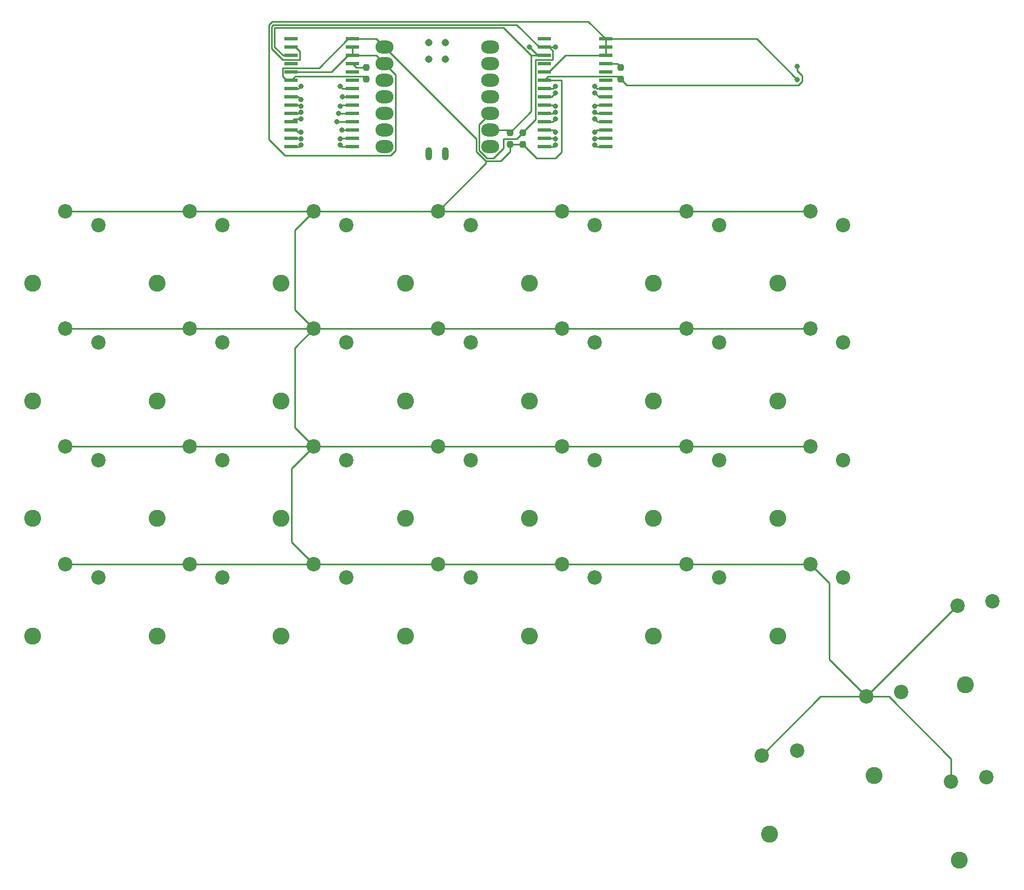
<source format=gbr>
%TF.GenerationSoftware,KiCad,Pcbnew,(6.0.9)*%
%TF.CreationDate,2022-12-02T11:33:43-08:00*%
%TF.ProjectId,keyboard_left,6b657962-6f61-4726-945f-6c6566742e6b,rev?*%
%TF.SameCoordinates,Original*%
%TF.FileFunction,Copper,L2,Bot*%
%TF.FilePolarity,Positive*%
%FSLAX46Y46*%
G04 Gerber Fmt 4.6, Leading zero omitted, Abs format (unit mm)*
G04 Created by KiCad (PCBNEW (6.0.9)) date 2022-12-02 11:33:43*
%MOMM*%
%LPD*%
G01*
G04 APERTURE LIST*
G04 Aperture macros list*
%AMRoundRect*
0 Rectangle with rounded corners*
0 $1 Rounding radius*
0 $2 $3 $4 $5 $6 $7 $8 $9 X,Y pos of 4 corners*
0 Add a 4 corners polygon primitive as box body*
4,1,4,$2,$3,$4,$5,$6,$7,$8,$9,$2,$3,0*
0 Add four circle primitives for the rounded corners*
1,1,$1+$1,$2,$3*
1,1,$1+$1,$4,$5*
1,1,$1+$1,$6,$7*
1,1,$1+$1,$8,$9*
0 Add four rect primitives between the rounded corners*
20,1,$1+$1,$2,$3,$4,$5,0*
20,1,$1+$1,$4,$5,$6,$7,0*
20,1,$1+$1,$6,$7,$8,$9,0*
20,1,$1+$1,$8,$9,$2,$3,0*%
G04 Aperture macros list end*
%TA.AperFunction,ComponentPad*%
%ADD10C,2.600000*%
%TD*%
%TA.AperFunction,ComponentPad*%
%ADD11C,2.200000*%
%TD*%
%TA.AperFunction,SMDPad,CuDef*%
%ADD12RoundRect,0.237500X-0.237500X0.250000X-0.237500X-0.250000X0.237500X-0.250000X0.237500X0.250000X0*%
%TD*%
%TA.AperFunction,SMDPad,CuDef*%
%ADD13R,2.000000X0.600000*%
%TD*%
%TA.AperFunction,SMDPad,CuDef*%
%ADD14O,2.748280X1.998980*%
%TD*%
%TA.AperFunction,SMDPad,CuDef*%
%ADD15O,1.016000X2.032000*%
%TD*%
%TA.AperFunction,SMDPad,CuDef*%
%ADD16C,1.143000*%
%TD*%
%TA.AperFunction,ViaPad*%
%ADD17C,0.800000*%
%TD*%
%TA.AperFunction,Conductor*%
%ADD18C,0.250000*%
%TD*%
G04 APERTURE END LIST*
D10*
%TO.P,SW27,*%
%TO.N,*%
X64500000Y-96650000D03*
D11*
%TO.P,SW27,1,1*%
%TO.N,+5V*%
X69500000Y-85600000D03*
%TO.P,SW27,2,2*%
%TO.N,Net-(SW27-Pad2)*%
X74500000Y-87700000D03*
%TD*%
D10*
%TO.P,SW9,*%
%TO.N,*%
X140500000Y-60650000D03*
D11*
%TO.P,SW9,1,1*%
%TO.N,+5V*%
X145500000Y-49600000D03*
%TO.P,SW9,2,2*%
%TO.N,Net-(SW9-Pad2)*%
X150500000Y-51700000D03*
%TD*%
D10*
%TO.P,SW11,*%
%TO.N,*%
X140500000Y-96650000D03*
D11*
%TO.P,SW11,1,1*%
%TO.N,+5V*%
X145500000Y-85600000D03*
%TO.P,SW11,2,2*%
%TO.N,Net-(SW11-Pad2)*%
X150500000Y-87700000D03*
%TD*%
D10*
%TO.P,SW15,*%
%TO.N,*%
X155244873Y-135960031D03*
D11*
%TO.P,SW15,1,1*%
%TO.N,+5V*%
X154050000Y-123890450D03*
%TO.P,SW15,2,2*%
%TO.N,Net-(SW15-Pad2)*%
X159430127Y-123209103D03*
%TD*%
D10*
%TO.P,SW5,*%
%TO.N,*%
X121500000Y-114650000D03*
D11*
%TO.P,SW5,1,1*%
%TO.N,+5V*%
X126500000Y-103600000D03*
%TO.P,SW5,2,2*%
%TO.N,Net-(SW5-Pad2)*%
X131500000Y-105700000D03*
%TD*%
D10*
%TO.P,SW14,*%
%TO.N,*%
X168244873Y-148960031D03*
D11*
%TO.P,SW14,1,1*%
%TO.N,+5V*%
X167050000Y-136890450D03*
%TO.P,SW14,2,2*%
%TO.N,Net-(SW14-Pad2)*%
X172430127Y-136209103D03*
%TD*%
D10*
%TO.P,SW21,*%
%TO.N,*%
X26500000Y-114650000D03*
D11*
%TO.P,SW21,1,1*%
%TO.N,+5V*%
X31500000Y-103600000D03*
%TO.P,SW21,2,2*%
%TO.N,Net-(SW21-Pad2)*%
X36500000Y-105700000D03*
%TD*%
D10*
%TO.P,SW3,*%
%TO.N,*%
X102500000Y-96650000D03*
D11*
%TO.P,SW3,1,1*%
%TO.N,+5V*%
X107500000Y-85600000D03*
%TO.P,SW3,2,2*%
%TO.N,Net-(SW3-Pad2)*%
X112500000Y-87700000D03*
%TD*%
D10*
%TO.P,SW10,*%
%TO.N,*%
X140500000Y-78650000D03*
D11*
%TO.P,SW10,1,1*%
%TO.N,+5V*%
X145500000Y-67600000D03*
%TO.P,SW10,2,2*%
%TO.N,Net-(SW10-Pad2)*%
X150500000Y-69700000D03*
%TD*%
D10*
%TO.P,SW24,*%
%TO.N,*%
X26500000Y-60650000D03*
D11*
%TO.P,SW24,1,1*%
%TO.N,+5V*%
X31500000Y-49600000D03*
%TO.P,SW24,2,2*%
%TO.N,Net-(SW24-Pad2)*%
X36500000Y-51700000D03*
%TD*%
D10*
%TO.P,SW26,*%
%TO.N,*%
X64500000Y-78650000D03*
D11*
%TO.P,SW26,1,1*%
%TO.N,+5V*%
X69500000Y-67600000D03*
%TO.P,SW26,2,2*%
%TO.N,Net-(SW26-Pad2)*%
X74500000Y-69700000D03*
%TD*%
D10*
%TO.P,SW16,*%
%TO.N,*%
X139244873Y-144960031D03*
D11*
%TO.P,SW16,1,1*%
%TO.N,+5V*%
X138050000Y-132890450D03*
%TO.P,SW16,2,2*%
%TO.N,Net-(SW16-Pad2)*%
X143430127Y-132209103D03*
%TD*%
D10*
%TO.P,SW2,*%
%TO.N,*%
X102500000Y-78650000D03*
D11*
%TO.P,SW2,1,1*%
%TO.N,+5V*%
X107500000Y-67600000D03*
%TO.P,SW2,2,2*%
%TO.N,Net-(SW2-Pad2)*%
X112500000Y-69700000D03*
%TD*%
D10*
%TO.P,SW25,*%
%TO.N,*%
X64500000Y-60650000D03*
D11*
%TO.P,SW25,1,1*%
%TO.N,+5V*%
X69500000Y-49600000D03*
%TO.P,SW25,2,2*%
%TO.N,Net-(SW25-Pad2)*%
X74500000Y-51700000D03*
%TD*%
D10*
%TO.P,SW13,*%
%TO.N,*%
X169194873Y-122069581D03*
D11*
%TO.P,SW13,1,1*%
%TO.N,+5V*%
X168000000Y-110000000D03*
%TO.P,SW13,2,2*%
%TO.N,Net-(SW13-Pad2)*%
X173380127Y-109318653D03*
%TD*%
D10*
%TO.P,SW32,*%
%TO.N,*%
X83500000Y-114650000D03*
D11*
%TO.P,SW32,1,1*%
%TO.N,+5V*%
X88500000Y-103600000D03*
%TO.P,SW32,2,2*%
%TO.N,Net-(SW32-Pad2)*%
X93500000Y-105700000D03*
%TD*%
D10*
%TO.P,SW12,*%
%TO.N,*%
X140500000Y-114650000D03*
D11*
%TO.P,SW12,1,1*%
%TO.N,+5V*%
X145500000Y-103600000D03*
%TO.P,SW12,2,2*%
%TO.N,Net-(SW12-Pad2)*%
X150500000Y-105700000D03*
%TD*%
D10*
%TO.P,SW18,*%
%TO.N,*%
X45500000Y-96650000D03*
D11*
%TO.P,SW18,1,1*%
%TO.N,+5V*%
X50500000Y-85600000D03*
%TO.P,SW18,2,2*%
%TO.N,Net-(SW18-Pad2)*%
X55500000Y-87700000D03*
%TD*%
D10*
%TO.P,SW29,*%
%TO.N,*%
X83500000Y-60650000D03*
D11*
%TO.P,SW29,1,1*%
%TO.N,+5V*%
X88500000Y-49600000D03*
%TO.P,SW29,2,2*%
%TO.N,Net-(SW29-Pad2)*%
X93500000Y-51700000D03*
%TD*%
D10*
%TO.P,SW28,*%
%TO.N,*%
X64500000Y-114650000D03*
D11*
%TO.P,SW28,1,1*%
%TO.N,+5V*%
X69500000Y-103600000D03*
%TO.P,SW28,2,2*%
%TO.N,Net-(SW28-Pad2)*%
X74500000Y-105700000D03*
%TD*%
D10*
%TO.P,SW30,*%
%TO.N,*%
X83500000Y-78650000D03*
D11*
%TO.P,SW30,1,1*%
%TO.N,+5V*%
X88500000Y-67600000D03*
%TO.P,SW30,2,2*%
%TO.N,Net-(SW30-Pad2)*%
X93500000Y-69700000D03*
%TD*%
D10*
%TO.P,SW8,*%
%TO.N,*%
X121500000Y-60650000D03*
D11*
%TO.P,SW8,1,1*%
%TO.N,+5V*%
X126500000Y-49600000D03*
%TO.P,SW8,2,2*%
%TO.N,Net-(SW8-Pad2)*%
X131500000Y-51700000D03*
%TD*%
D10*
%TO.P,SW1,*%
%TO.N,*%
X102500000Y-60650000D03*
D11*
%TO.P,SW1,1,1*%
%TO.N,+5V*%
X107500000Y-49600000D03*
%TO.P,SW1,2,2*%
%TO.N,Net-(SW1-Pad2)*%
X112500000Y-51700000D03*
%TD*%
D10*
%TO.P,SW7,*%
%TO.N,*%
X121500000Y-78650000D03*
D11*
%TO.P,SW7,1,1*%
%TO.N,+5V*%
X126500000Y-67600000D03*
%TO.P,SW7,2,2*%
%TO.N,Net-(SW7-Pad2)*%
X131500000Y-69700000D03*
%TD*%
D10*
%TO.P,SW31,*%
%TO.N,*%
X83500000Y-96650000D03*
D11*
%TO.P,SW31,1,1*%
%TO.N,+5V*%
X88500000Y-85600000D03*
%TO.P,SW31,2,2*%
%TO.N,Net-(SW31-Pad2)*%
X93500000Y-87700000D03*
%TD*%
D10*
%TO.P,SW23,*%
%TO.N,*%
X26500000Y-78650000D03*
D11*
%TO.P,SW23,1,1*%
%TO.N,+5V*%
X31500000Y-67600000D03*
%TO.P,SW23,2,2*%
%TO.N,Net-(SW23-Pad2)*%
X36500000Y-69700000D03*
%TD*%
D10*
%TO.P,SW6,*%
%TO.N,*%
X121500000Y-96650000D03*
D11*
%TO.P,SW6,1,1*%
%TO.N,+5V*%
X126500000Y-85600000D03*
%TO.P,SW6,2,2*%
%TO.N,Net-(SW6-Pad2)*%
X131500000Y-87700000D03*
%TD*%
D10*
%TO.P,SW22,*%
%TO.N,*%
X26500000Y-96650000D03*
D11*
%TO.P,SW22,1,1*%
%TO.N,+5V*%
X31500000Y-85600000D03*
%TO.P,SW22,2,2*%
%TO.N,Net-(SW22-Pad2)*%
X36500000Y-87700000D03*
%TD*%
D10*
%TO.P,SW17,*%
%TO.N,*%
X45500000Y-114650000D03*
D11*
%TO.P,SW17,1,1*%
%TO.N,+5V*%
X50500000Y-103600000D03*
%TO.P,SW17,2,2*%
%TO.N,Net-(SW17-Pad2)*%
X55500000Y-105700000D03*
%TD*%
D10*
%TO.P,SW4,*%
%TO.N,*%
X102500000Y-114650000D03*
D11*
%TO.P,SW4,1,1*%
%TO.N,+5V*%
X107500000Y-103600000D03*
%TO.P,SW4,2,2*%
%TO.N,Net-(SW4-Pad2)*%
X112500000Y-105700000D03*
%TD*%
D10*
%TO.P,SW20,*%
%TO.N,*%
X45500000Y-60650000D03*
D11*
%TO.P,SW20,1,1*%
%TO.N,+5V*%
X50500000Y-49600000D03*
%TO.P,SW20,2,2*%
%TO.N,Net-(SW20-Pad2)*%
X55500000Y-51700000D03*
%TD*%
D10*
%TO.P,SW19,*%
%TO.N,*%
X45500000Y-78650000D03*
D11*
%TO.P,SW19,1,1*%
%TO.N,+5V*%
X50500000Y-67600000D03*
%TO.P,SW19,2,2*%
%TO.N,Net-(SW19-Pad2)*%
X55500000Y-69700000D03*
%TD*%
D12*
%TO.P,R1,1*%
%TO.N,/SDA*%
X101500000Y-37587500D03*
%TO.P,R1,2*%
%TO.N,+5V*%
X101500000Y-39412500D03*
%TD*%
D13*
%TO.P,U3,1,GPB0*%
%TO.N,Net-(SW17-Pad2)*%
X66040000Y-39755000D03*
%TO.P,U3,2,GPB1*%
%TO.N,Net-(SW18-Pad2)*%
X66040000Y-38485000D03*
%TO.P,U3,3,GPB2*%
%TO.N,Net-(SW19-Pad2)*%
X66040000Y-37215000D03*
%TO.P,U3,4,GPB3*%
%TO.N,Net-(SW20-Pad2)*%
X66040000Y-35945000D03*
%TO.P,U3,5,GPB4*%
%TO.N,Net-(SW21-Pad2)*%
X66040000Y-34675000D03*
%TO.P,U3,6,GPB5*%
%TO.N,Net-(SW22-Pad2)*%
X66040000Y-33405000D03*
%TO.P,U3,7,GPB6*%
%TO.N,Net-(SW23-Pad2)*%
X66040000Y-32135000D03*
%TO.P,U3,8,GPB7*%
%TO.N,Net-(SW24-Pad2)*%
X66040000Y-30865000D03*
%TO.P,U3,9,VDD*%
%TO.N,+5V*%
X66040000Y-29595000D03*
%TO.P,U3,10,VSS*%
%TO.N,GND*%
X66040000Y-28325000D03*
%TO.P,U3,11,NC*%
%TO.N,unconnected-(U3-Pad11)*%
X66040000Y-27055000D03*
%TO.P,U3,12,SCK*%
%TO.N,/SCK*%
X66040000Y-25785000D03*
%TO.P,U3,13,SDA*%
%TO.N,/SDA*%
X66040000Y-24515000D03*
%TO.P,U3,14,NC*%
%TO.N,unconnected-(U3-Pad14)*%
X66040000Y-23245000D03*
%TO.P,U3,15,A0*%
%TO.N,+5V*%
X75440000Y-23245000D03*
%TO.P,U3,16,A1*%
%TO.N,GND*%
X75440000Y-24515000D03*
%TO.P,U3,17,A2*%
X75440000Y-25785000D03*
%TO.P,U3,18,~{RESET}*%
%TO.N,/Reset 2*%
X75440000Y-27055000D03*
%TO.P,U3,19,INTB*%
%TO.N,unconnected-(U3-Pad19)*%
X75440000Y-28325000D03*
%TO.P,U3,20,INTA*%
%TO.N,unconnected-(U3-Pad20)*%
X75440000Y-29595000D03*
%TO.P,U3,21,GPA0*%
%TO.N,Net-(SW25-Pad2)*%
X75440000Y-30865000D03*
%TO.P,U3,22,GPA1*%
%TO.N,Net-(SW26-Pad2)*%
X75440000Y-32135000D03*
%TO.P,U3,23,GPA2*%
%TO.N,Net-(SW27-Pad2)*%
X75440000Y-33405000D03*
%TO.P,U3,24,GPA3*%
%TO.N,Net-(SW28-Pad2)*%
X75440000Y-34675000D03*
%TO.P,U3,25,GPA4*%
%TO.N,Net-(SW29-Pad2)*%
X75440000Y-35945000D03*
%TO.P,U3,26,GPA5*%
%TO.N,Net-(SW30-Pad2)*%
X75440000Y-37215000D03*
%TO.P,U3,27,GPA6*%
%TO.N,Net-(SW31-Pad2)*%
X75440000Y-38485000D03*
%TO.P,U3,28,GPA7*%
%TO.N,Net-(SW32-Pad2)*%
X75440000Y-39755000D03*
%TD*%
D12*
%TO.P,R2,1*%
%TO.N,/SCK*%
X99500000Y-37587500D03*
%TO.P,R2,2*%
%TO.N,+5V*%
X99500000Y-39412500D03*
%TD*%
%TO.P,R3,1*%
%TO.N,/Reset 1*%
X116450000Y-27587500D03*
%TO.P,R3,2*%
%TO.N,+5V*%
X116450000Y-29412500D03*
%TD*%
%TO.P,R4,1*%
%TO.N,/Reset 2*%
X77500000Y-27587500D03*
%TO.P,R4,2*%
%TO.N,+5V*%
X77500000Y-29412500D03*
%TD*%
D14*
%TO.P,U1,1,PA02_A0_D0*%
%TO.N,unconnected-(U1-Pad1)*%
X96501290Y-24500490D03*
%TO.P,U1,2,PA4_A1_D1*%
%TO.N,unconnected-(U1-Pad2)*%
X96501290Y-27040490D03*
%TO.P,U1,3,PA10_A2_D2*%
%TO.N,unconnected-(U1-Pad3)*%
X96501290Y-29580490D03*
%TO.P,U1,4,PA11_A3_D3*%
%TO.N,unconnected-(U1-Pad4)*%
X96501290Y-32120490D03*
%TO.P,U1,5,PA8_A4_D4_SDA*%
%TO.N,/SDA*%
X96501290Y-34660490D03*
%TO.P,U1,6,PA9_A5_D5_SCL*%
%TO.N,/SCK*%
X96501290Y-37200490D03*
%TO.P,U1,7,PB08_A6_D6_TX*%
%TO.N,unconnected-(U1-Pad7)*%
X96501290Y-39740490D03*
%TO.P,U1,8,PB09_A7_D7_RX*%
%TO.N,unconnected-(U1-Pad8)*%
X80336730Y-39740490D03*
%TO.P,U1,9,PA7_A8_D8_SCK*%
%TO.N,unconnected-(U1-Pad9)*%
X80336730Y-37200490D03*
%TO.P,U1,10,PA5_A9_D9_MISO*%
%TO.N,unconnected-(U1-Pad10)*%
X80336730Y-34660490D03*
%TO.P,U1,11,PA6_A10_D10_MOSI*%
%TO.N,unconnected-(U1-Pad11)*%
X80336730Y-32120490D03*
%TO.P,U1,12,3V3*%
%TO.N,unconnected-(U1-Pad12)*%
X80336730Y-29580490D03*
%TO.P,U1,13,GND*%
%TO.N,GND*%
X80336730Y-27040490D03*
%TO.P,U1,14,5V*%
%TO.N,+5V*%
X80336730Y-24500490D03*
D15*
%TO.P,U1,15,5V*%
%TO.N,unconnected-(U1-Pad15)*%
X89634410Y-40818310D03*
%TO.P,U1,16,GND*%
%TO.N,unconnected-(U1-Pad16)*%
X87084410Y-40818310D03*
D16*
%TO.P,U1,17,PA31_SWDIO*%
%TO.N,unconnected-(U1-Pad17)*%
X89635607Y-23814123D03*
%TO.P,U1,18,PA30_SWCLK*%
%TO.N,unconnected-(U1-Pad18)*%
X87095607Y-23814123D03*
%TO.P,U1,19,RESET*%
%TO.N,unconnected-(U1-Pad19)*%
X89635607Y-26354123D03*
%TO.P,U1,20,GND*%
%TO.N,unconnected-(U1-Pad20)*%
X87095607Y-26354123D03*
%TD*%
D13*
%TO.P,U2,1,GPB0*%
%TO.N,Net-(SW1-Pad2)*%
X104750000Y-39755000D03*
%TO.P,U2,2,GPB1*%
%TO.N,Net-(SW2-Pad2)*%
X104750000Y-38485000D03*
%TO.P,U2,3,GPB2*%
%TO.N,Net-(SW3-Pad2)*%
X104750000Y-37215000D03*
%TO.P,U2,4,GPB3*%
%TO.N,Net-(SW4-Pad2)*%
X104750000Y-35945000D03*
%TO.P,U2,5,GPB4*%
%TO.N,Net-(SW5-Pad2)*%
X104750000Y-34675000D03*
%TO.P,U2,6,GPB5*%
%TO.N,Net-(SW6-Pad2)*%
X104750000Y-33405000D03*
%TO.P,U2,7,GPB6*%
%TO.N,Net-(SW7-Pad2)*%
X104750000Y-32135000D03*
%TO.P,U2,8,GPB7*%
%TO.N,Net-(SW8-Pad2)*%
X104750000Y-30865000D03*
%TO.P,U2,9,VDD*%
%TO.N,+5V*%
X104750000Y-29595000D03*
%TO.P,U2,10,VSS*%
%TO.N,GND*%
X104750000Y-28325000D03*
%TO.P,U2,11,NC*%
%TO.N,unconnected-(U2-Pad11)*%
X104750000Y-27055000D03*
%TO.P,U2,12,SCK*%
%TO.N,/SCK*%
X104750000Y-25785000D03*
%TO.P,U2,13,SDA*%
%TO.N,/SDA*%
X104750000Y-24515000D03*
%TO.P,U2,14,NC*%
%TO.N,unconnected-(U2-Pad14)*%
X104750000Y-23245000D03*
%TO.P,U2,15,A0*%
%TO.N,GND*%
X114150000Y-23245000D03*
%TO.P,U2,16,A1*%
X114150000Y-24515000D03*
%TO.P,U2,17,A2*%
X114150000Y-25785000D03*
%TO.P,U2,18,~{RESET}*%
%TO.N,/Reset 1*%
X114150000Y-27055000D03*
%TO.P,U2,19,INTB*%
%TO.N,unconnected-(U2-Pad19)*%
X114150000Y-28325000D03*
%TO.P,U2,20,INTA*%
%TO.N,unconnected-(U2-Pad20)*%
X114150000Y-29595000D03*
%TO.P,U2,21,GPA0*%
%TO.N,Net-(SW9-Pad2)*%
X114150000Y-30865000D03*
%TO.P,U2,22,GPA1*%
%TO.N,Net-(SW10-Pad2)*%
X114150000Y-32135000D03*
%TO.P,U2,23,GPA2*%
%TO.N,Net-(SW11-Pad2)*%
X114150000Y-33405000D03*
%TO.P,U2,24,GPA3*%
%TO.N,Net-(SW12-Pad2)*%
X114150000Y-34675000D03*
%TO.P,U2,25,GPA4*%
%TO.N,Net-(SW13-Pad2)*%
X114150000Y-35945000D03*
%TO.P,U2,26,GPA5*%
%TO.N,Net-(SW14-Pad2)*%
X114150000Y-37215000D03*
%TO.P,U2,27,GPA6*%
%TO.N,Net-(SW15-Pad2)*%
X114150000Y-38485000D03*
%TO.P,U2,28,GPA7*%
%TO.N,Net-(SW16-Pad2)*%
X114150000Y-39755000D03*
%TD*%
D17*
%TO.N,Net-(SW28-Pad2)*%
X73325000Y-34675000D03*
%TO.N,Net-(SW29-Pad2)*%
X73055000Y-35945000D03*
%TO.N,Net-(SW2-Pad2)*%
X106500000Y-38500000D03*
%TO.N,Net-(SW3-Pad2)*%
X106500000Y-37500000D03*
%TO.N,Net-(SW4-Pad2)*%
X106500000Y-35500000D03*
%TO.N,Net-(SW5-Pad2)*%
X106500000Y-34500000D03*
%TO.N,Net-(SW6-Pad2)*%
X106500000Y-33500000D03*
%TO.N,Net-(SW1-Pad2)*%
X106500000Y-39500000D03*
%TO.N,Net-(SW7-Pad2)*%
X106500000Y-31500000D03*
%TO.N,+5V*%
X143512500Y-27437500D03*
%TO.N,GND*%
X143512500Y-29437500D03*
%TO.N,Net-(SW8-Pad2)*%
X106500000Y-30500000D03*
%TO.N,Net-(SW9-Pad2)*%
X112500000Y-30500000D03*
%TO.N,Net-(SW10-Pad2)*%
X112500000Y-31500000D03*
%TO.N,Net-(SW11-Pad2)*%
X112500000Y-33500000D03*
%TO.N,Net-(SW12-Pad2)*%
X112500000Y-34500000D03*
%TO.N,Net-(SW13-Pad2)*%
X112500000Y-35500000D03*
%TO.N,Net-(SW14-Pad2)*%
X112500000Y-37500000D03*
%TO.N,Net-(SW15-Pad2)*%
X112500000Y-38500000D03*
%TO.N,Net-(SW16-Pad2)*%
X112500000Y-39500000D03*
%TO.N,Net-(SW17-Pad2)*%
X67500000Y-39500000D03*
%TO.N,Net-(SW18-Pad2)*%
X67500000Y-38500000D03*
%TO.N,Net-(SW19-Pad2)*%
X67500000Y-37500000D03*
%TO.N,Net-(SW20-Pad2)*%
X67500000Y-35500000D03*
%TO.N,Net-(SW21-Pad2)*%
X67500000Y-34500000D03*
%TO.N,Net-(SW22-Pad2)*%
X67500000Y-33500000D03*
%TO.N,Net-(SW23-Pad2)*%
X67500000Y-32500000D03*
%TO.N,Net-(SW24-Pad2)*%
X67500000Y-30500000D03*
%TO.N,Net-(SW25-Pad2)*%
X73500000Y-30500000D03*
%TO.N,Net-(SW26-Pad2)*%
X73865000Y-32135000D03*
%TO.N,Net-(SW27-Pad2)*%
X73500000Y-33500000D03*
%TO.N,Net-(SW30-Pad2)*%
X73785000Y-37215000D03*
%TO.N,Net-(SW31-Pad2)*%
X73500000Y-38500000D03*
%TO.N,Net-(SW32-Pad2)*%
X73500000Y-39500000D03*
%TO.N,/SDA*%
X106500000Y-24500000D03*
%TO.N,/SCK*%
X102500000Y-24500000D03*
%TD*%
D18*
%TO.N,Net-(SW28-Pad2)*%
X75440000Y-34675000D02*
X73325000Y-34675000D01*
%TO.N,Net-(SW29-Pad2)*%
X75440000Y-35945000D02*
X73055000Y-35945000D01*
%TO.N,/SDA*%
X94802150Y-36359630D02*
X96501290Y-34660490D01*
%TO.N,Net-(SW2-Pad2)*%
X104750000Y-38485000D02*
X106485000Y-38485000D01*
X106485000Y-38485000D02*
X106500000Y-38500000D01*
%TO.N,Net-(SW3-Pad2)*%
X104750000Y-37215000D02*
X106215000Y-37215000D01*
X106215000Y-37215000D02*
X106500000Y-37500000D01*
%TO.N,Net-(SW4-Pad2)*%
X106055000Y-35945000D02*
X106500000Y-35500000D01*
X104750000Y-35945000D02*
X106055000Y-35945000D01*
%TO.N,Net-(SW5-Pad2)*%
X104750000Y-34675000D02*
X106325000Y-34675000D01*
X106325000Y-34675000D02*
X106500000Y-34500000D01*
%TO.N,Net-(SW6-Pad2)*%
X104750000Y-33405000D02*
X106405000Y-33405000D01*
X106405000Y-33405000D02*
X106500000Y-33500000D01*
%TO.N,Net-(SW1-Pad2)*%
X104750000Y-39755000D02*
X106245000Y-39755000D01*
X106245000Y-39755000D02*
X106500000Y-39500000D01*
%TO.N,Net-(SW7-Pad2)*%
X104750000Y-32135000D02*
X105865000Y-32135000D01*
X105865000Y-32135000D02*
X106500000Y-31500000D01*
%TO.N,+5V*%
X69500000Y-49600000D02*
X88500000Y-49600000D01*
X74755000Y-23245000D02*
X75440000Y-23245000D01*
X80336730Y-24500490D02*
X94352150Y-38515910D01*
X77037500Y-28950000D02*
X66685000Y-28950000D01*
X95826642Y-41950000D02*
X95826642Y-42273358D01*
X107500000Y-49600000D02*
X126500000Y-49600000D01*
X50500000Y-103600000D02*
X31500000Y-103600000D01*
X94352150Y-40475508D02*
X95826642Y-41950000D01*
X88500000Y-103600000D02*
X107500000Y-103600000D01*
X145500000Y-103600000D02*
X148400001Y-106500001D01*
X88500000Y-49600000D02*
X107500000Y-49600000D01*
X145500000Y-67600000D02*
X126500000Y-67600000D01*
X154050000Y-123890450D02*
X157529755Y-123890450D01*
X66599999Y-82699999D02*
X66599999Y-70500001D01*
X143512500Y-28137502D02*
X143512500Y-27437500D01*
X69500000Y-103600000D02*
X88500000Y-103600000D01*
X64715000Y-27700000D02*
X70300000Y-27700000D01*
X126500000Y-67600000D02*
X107500000Y-67600000D01*
X69500000Y-49600000D02*
X66599999Y-52500001D01*
X99500000Y-39412500D02*
X101500000Y-39412500D01*
X144237500Y-29737805D02*
X144237500Y-28862502D01*
X31500000Y-67600000D02*
X50500000Y-67600000D01*
X116450000Y-29412500D02*
X117387500Y-30350000D01*
X69500000Y-85600000D02*
X88500000Y-85600000D01*
X69500000Y-67600000D02*
X88500000Y-67600000D01*
X167940450Y-110000000D02*
X168000000Y-110000000D01*
X116450000Y-29412500D02*
X116007500Y-28970000D01*
X77500000Y-29412500D02*
X77037500Y-28950000D01*
X107405000Y-40595000D02*
X107405000Y-29595000D01*
X95826642Y-41950000D02*
X98050000Y-41950000D01*
X99500000Y-40500000D02*
X99500000Y-39412500D01*
X69500000Y-85600000D02*
X66125000Y-88975000D01*
X106500000Y-41500000D02*
X107405000Y-40595000D01*
X66685000Y-28950000D02*
X66040000Y-29595000D01*
X167050000Y-133410695D02*
X167050000Y-136890450D01*
X50500000Y-85600000D02*
X31500000Y-85600000D01*
X107405000Y-29595000D02*
X104750000Y-29595000D01*
X95826642Y-42273358D02*
X88500000Y-49600000D01*
X88500000Y-67600000D02*
X107500000Y-67600000D01*
X154050000Y-123890450D02*
X167940450Y-110000000D01*
X126500000Y-85600000D02*
X107500000Y-85600000D01*
X143625305Y-30350000D02*
X144237500Y-29737805D01*
X101500000Y-39412500D02*
X103587500Y-41500000D01*
X148400001Y-106500001D02*
X148400001Y-118240451D01*
X50500000Y-49600000D02*
X31500000Y-49600000D01*
X117387500Y-30350000D02*
X143625305Y-30350000D01*
X75440000Y-23245000D02*
X79081240Y-23245000D01*
X79081240Y-23245000D02*
X80336730Y-24500490D01*
X69500000Y-49600000D02*
X50500000Y-49600000D01*
X66125000Y-88975000D02*
X66125000Y-100225000D01*
X66599999Y-64699999D02*
X69500000Y-67600000D01*
X66040000Y-29595000D02*
X65360000Y-29595000D01*
X145500000Y-49600000D02*
X126500000Y-49600000D01*
X126500000Y-103600000D02*
X145500000Y-103600000D01*
X144237500Y-28862502D02*
X143512500Y-28137502D01*
X147050000Y-123890450D02*
X138050000Y-132890450D01*
X70300000Y-27700000D02*
X74755000Y-23245000D01*
X66125000Y-100225000D02*
X69500000Y-103600000D01*
X126500000Y-85600000D02*
X145500000Y-85600000D01*
X69500000Y-67600000D02*
X50500000Y-67600000D01*
X69500000Y-85600000D02*
X66599999Y-82699999D01*
X98050000Y-41950000D02*
X99500000Y-40500000D01*
X69500000Y-103600000D02*
X50500000Y-103600000D01*
X157529755Y-123890450D02*
X167050000Y-133410695D01*
X88500000Y-85600000D02*
X107500000Y-85600000D01*
X64715000Y-28950000D02*
X64715000Y-27700000D01*
X69500000Y-85600000D02*
X50500000Y-85600000D01*
X107500000Y-103600000D02*
X126500000Y-103600000D01*
X65360000Y-29595000D02*
X64715000Y-28950000D01*
X66599999Y-70500001D02*
X69500000Y-67600000D01*
X103587500Y-41500000D02*
X106500000Y-41500000D01*
X116007500Y-28970000D02*
X105375000Y-28970000D01*
X148400001Y-118240451D02*
X154050000Y-123890450D01*
X105375000Y-28970000D02*
X104750000Y-29595000D01*
X154050000Y-123890450D02*
X147050000Y-123890450D01*
X66599999Y-52500001D02*
X66599999Y-64699999D01*
X94352150Y-38515910D02*
X94352150Y-40475508D01*
%TO.N,GND*%
X107990000Y-25785000D02*
X114150000Y-25785000D01*
X75440000Y-25785000D02*
X79081240Y-25785000D01*
X75440000Y-25785000D02*
X74740000Y-25785000D01*
X81260002Y-41064980D02*
X71064980Y-41064980D01*
X104750000Y-28325000D02*
X105450000Y-28325000D01*
X65064980Y-41064980D02*
X62600000Y-38600000D01*
X137320000Y-23245000D02*
X143512500Y-29437500D01*
X72200000Y-28325000D02*
X66040000Y-28325000D01*
X114150000Y-24515000D02*
X114150000Y-23245000D01*
X62600000Y-21127208D02*
X63127208Y-20600000D01*
X79081240Y-25785000D02*
X80336730Y-27040490D01*
X71064980Y-41064980D02*
X65064980Y-41064980D01*
X82035870Y-40289112D02*
X81260002Y-41064980D01*
X80336730Y-27040490D02*
X82035870Y-28739630D01*
X62600000Y-38600000D02*
X62600000Y-21127208D01*
X114150000Y-25785000D02*
X114150000Y-24515000D01*
X74740000Y-25785000D02*
X72200000Y-28325000D01*
X82035870Y-28739630D02*
X82035870Y-40289112D01*
X75440000Y-25785000D02*
X75440000Y-24515000D01*
X114150000Y-23245000D02*
X137320000Y-23245000D01*
X105450000Y-28325000D02*
X107990000Y-25785000D01*
X63127208Y-20600000D02*
X111505000Y-20600000D01*
X111505000Y-20600000D02*
X114150000Y-23245000D01*
%TO.N,Net-(SW8-Pad2)*%
X106135000Y-30865000D02*
X106500000Y-30500000D01*
X104750000Y-30865000D02*
X106135000Y-30865000D01*
%TO.N,Net-(SW9-Pad2)*%
X112865000Y-30865000D02*
X112500000Y-30500000D01*
X114150000Y-30865000D02*
X112865000Y-30865000D01*
%TO.N,Net-(SW10-Pad2)*%
X113135000Y-32135000D02*
X112500000Y-31500000D01*
X114150000Y-32135000D02*
X113135000Y-32135000D01*
%TO.N,Net-(SW11-Pad2)*%
X112595000Y-33405000D02*
X112500000Y-33500000D01*
X114150000Y-33405000D02*
X112595000Y-33405000D01*
%TO.N,Net-(SW12-Pad2)*%
X112675000Y-34675000D02*
X112500000Y-34500000D01*
X114150000Y-34675000D02*
X112675000Y-34675000D01*
%TO.N,Net-(SW13-Pad2)*%
X114150000Y-35945000D02*
X112945000Y-35945000D01*
X112945000Y-35945000D02*
X112500000Y-35500000D01*
%TO.N,Net-(SW14-Pad2)*%
X112785000Y-37215000D02*
X112500000Y-37500000D01*
X114150000Y-37215000D02*
X112785000Y-37215000D01*
%TO.N,Net-(SW15-Pad2)*%
X114150000Y-38485000D02*
X112515000Y-38485000D01*
X112515000Y-38485000D02*
X112500000Y-38500000D01*
%TO.N,Net-(SW16-Pad2)*%
X114150000Y-39755000D02*
X112755000Y-39755000D01*
X112755000Y-39755000D02*
X112500000Y-39500000D01*
%TO.N,Net-(SW17-Pad2)*%
X66040000Y-39755000D02*
X67245000Y-39755000D01*
X67245000Y-39755000D02*
X67500000Y-39500000D01*
%TO.N,Net-(SW18-Pad2)*%
X67485000Y-38485000D02*
X67500000Y-38500000D01*
X66040000Y-38485000D02*
X67485000Y-38485000D01*
%TO.N,Net-(SW19-Pad2)*%
X66785000Y-37215000D02*
X67070000Y-37500000D01*
X66040000Y-37215000D02*
X66785000Y-37215000D01*
X67070000Y-37500000D02*
X67500000Y-37500000D01*
%TO.N,Net-(SW20-Pad2)*%
X66485000Y-35500000D02*
X67500000Y-35500000D01*
X66040000Y-35945000D02*
X66485000Y-35500000D01*
%TO.N,Net-(SW21-Pad2)*%
X66040000Y-34675000D02*
X67325000Y-34675000D01*
X67325000Y-34675000D02*
X67500000Y-34500000D01*
%TO.N,Net-(SW22-Pad2)*%
X67405000Y-33405000D02*
X67500000Y-33500000D01*
X66040000Y-33405000D02*
X67405000Y-33405000D01*
%TO.N,Net-(SW23-Pad2)*%
X66040000Y-32135000D02*
X67135000Y-32135000D01*
X67135000Y-32135000D02*
X67500000Y-32500000D01*
%TO.N,Net-(SW24-Pad2)*%
X67135000Y-30865000D02*
X67500000Y-30500000D01*
X66040000Y-30865000D02*
X67135000Y-30865000D01*
%TO.N,Net-(SW25-Pad2)*%
X75440000Y-30865000D02*
X73865000Y-30865000D01*
X73865000Y-30865000D02*
X73500000Y-30500000D01*
%TO.N,Net-(SW26-Pad2)*%
X75440000Y-32135000D02*
X73865000Y-32135000D01*
%TO.N,Net-(SW27-Pad2)*%
X73595000Y-33405000D02*
X73500000Y-33500000D01*
X75440000Y-33405000D02*
X73595000Y-33405000D01*
%TO.N,Net-(SW30-Pad2)*%
X75440000Y-37215000D02*
X73785000Y-37215000D01*
%TO.N,Net-(SW31-Pad2)*%
X73515000Y-38485000D02*
X73500000Y-38500000D01*
X75440000Y-38485000D02*
X73515000Y-38485000D01*
%TO.N,Net-(SW32-Pad2)*%
X75440000Y-39755000D02*
X73755000Y-39755000D01*
X73500000Y-39500000D02*
X73755000Y-39755000D01*
%TO.N,/SDA*%
X106055000Y-26430000D02*
X106075000Y-26410000D01*
X106075000Y-25075000D02*
X105515000Y-24515000D01*
X67365000Y-25160000D02*
X67365000Y-26410000D01*
X100587500Y-38500000D02*
X101500000Y-37587500D01*
X64773604Y-26410000D02*
X63050000Y-24686396D01*
X63313604Y-21050000D02*
X100585000Y-21050000D01*
X94802150Y-36359630D02*
X94802150Y-40289112D01*
X103425000Y-26430000D02*
X106055000Y-26430000D01*
X67365000Y-26410000D02*
X64773604Y-26410000D01*
X66040000Y-24515000D02*
X66720000Y-24515000D01*
X63050000Y-21313604D02*
X63313604Y-21050000D01*
X106075000Y-26410000D02*
X106075000Y-25075000D01*
X63050000Y-24686396D02*
X63050000Y-21313604D01*
X100585000Y-21050000D02*
X104050000Y-24515000D01*
X96013038Y-41500000D02*
X96989542Y-41500000D01*
X106485000Y-24515000D02*
X106500000Y-24500000D01*
X101500000Y-37500000D02*
X103425000Y-35575000D01*
X101500000Y-37587500D02*
X101500000Y-37500000D01*
X105515000Y-24515000D02*
X104750000Y-24515000D01*
X103425000Y-35575000D02*
X103425000Y-26430000D01*
X66720000Y-24515000D02*
X67365000Y-25160000D01*
X98500000Y-38500000D02*
X100587500Y-38500000D01*
X96989542Y-41500000D02*
X98500000Y-39989542D01*
X104050000Y-24515000D02*
X104750000Y-24515000D01*
X94802150Y-40289112D02*
X96013038Y-41500000D01*
X98500000Y-39989542D02*
X98500000Y-38500000D01*
X104750000Y-24515000D02*
X106485000Y-24515000D01*
%TO.N,/SCK*%
X98500000Y-21500000D02*
X102785000Y-25785000D01*
X66040000Y-25785000D02*
X64785000Y-25785000D01*
X102785000Y-25785000D02*
X102785000Y-34302500D01*
X104750000Y-25785000D02*
X103785000Y-25785000D01*
X102785000Y-25785000D02*
X104750000Y-25785000D01*
X63500000Y-21500000D02*
X98500000Y-21500000D01*
X63500000Y-24500000D02*
X63500000Y-21500000D01*
X64785000Y-25785000D02*
X63500000Y-24500000D01*
X103785000Y-25785000D02*
X102500000Y-24500000D01*
X99112990Y-37200490D02*
X96501290Y-37200490D01*
X102785000Y-34302500D02*
X99500000Y-37587500D01*
X99500000Y-37587500D02*
X99112990Y-37200490D01*
%TO.N,/Reset 1*%
X116450000Y-27587500D02*
X115917500Y-27055000D01*
X115917500Y-27055000D02*
X114150000Y-27055000D01*
%TO.N,/Reset 2*%
X75972500Y-27587500D02*
X75440000Y-27055000D01*
X77500000Y-27587500D02*
X75972500Y-27587500D01*
%TD*%
M02*

</source>
